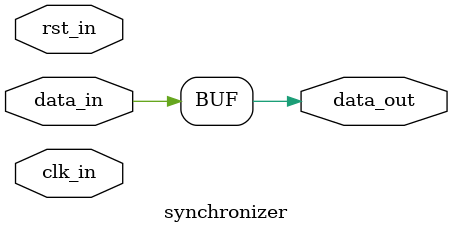
<source format=sv>
`default_nettype none

module synchronizer#(parameter COUNT = 0, parameter WIDTH = 1)(
    input wire                 clk_in,
    input wire                 rst_in,
    input wire   [WIDTH - 1:0] data_in,
    output logic [WIDTH - 1:0] data_out
);

    generate
        if (COUNT == 0) begin
            assign data_out = data_in;
        end else if (COUNT == 1) begin
            always_ff @(posedge clk_in) begin
                data_out <= data_in;
            end
        end else begin
            logic [WIDTH - 1:0] buffer [COUNT - 2:0];

            always_ff @(posedge clk_in) begin
                data_out <= rst_in ? data_in : buffer[0];
                for (integer i = 0; i < COUNT - 2; i = i + 1) begin
                    buffer[i] <= rst_in ? data_in : buffer[i + 1];
                end
                buffer[COUNT - 2] <= data_in;
            end
        end
    endgenerate
endmodule

`default_nettype wire

</source>
